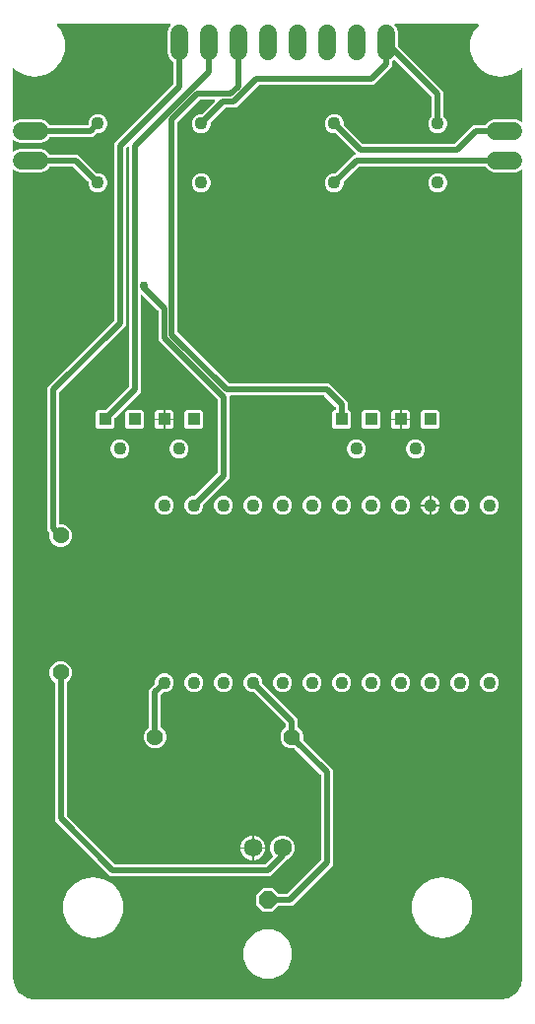
<source format=gbr>
G04 EAGLE Gerber RS-274X export*
G75*
%MOMM*%
%FSLAX34Y34*%
%LPD*%
%INTop Copper*%
%IPPOS*%
%AMOC8*
5,1,8,0,0,1.08239X$1,22.5*%
G01*
G04 Define Apertures*
%ADD10R,1.108000X1.108000*%
%ADD11C,1.108000*%
%ADD12C,1.524000*%
%ADD13C,1.430000*%
%ADD14P,1.64956X8X22.5*%
%ADD15C,1.581000*%
%ADD16C,0.508000*%
%ADD17C,0.756400*%
G36*
X200149Y180937D02*
X200000Y180922D01*
X-200000Y180922D01*
X-200149Y180937D01*
X-207158Y182331D01*
X-207433Y182445D01*
X-213375Y186415D01*
X-213585Y186625D01*
X-217555Y192567D01*
X-217669Y192842D01*
X-219063Y199851D01*
X-219078Y200000D01*
X-219078Y893112D01*
X-219031Y893375D01*
X-218872Y893633D01*
X-218624Y893809D01*
X-218328Y893874D01*
X-218030Y893818D01*
X-217777Y893651D01*
X-217213Y893087D01*
X-213479Y891540D01*
X-194197Y891540D01*
X-190463Y893087D01*
X-187605Y895945D01*
X-187520Y896150D01*
X-187363Y896388D01*
X-187113Y896560D01*
X-186816Y896620D01*
X-167520Y896620D01*
X-167234Y896564D01*
X-166981Y896397D01*
X-154353Y883769D01*
X-154190Y883527D01*
X-154130Y883230D01*
X-154130Y881043D01*
X-152900Y878073D01*
X-150627Y875800D01*
X-147657Y874570D01*
X-144443Y874570D01*
X-141473Y875800D01*
X-139200Y878073D01*
X-137970Y881043D01*
X-137970Y884257D01*
X-139200Y887227D01*
X-141473Y889500D01*
X-144443Y890730D01*
X-146630Y890730D01*
X-146916Y890786D01*
X-147169Y890953D01*
X-162996Y906780D01*
X-186816Y906780D01*
X-187096Y906833D01*
X-187351Y906999D01*
X-187520Y907250D01*
X-187605Y907455D01*
X-190463Y910313D01*
X-194197Y911860D01*
X-213479Y911860D01*
X-217213Y910313D01*
X-217777Y909749D01*
X-217997Y909596D01*
X-218292Y909526D01*
X-218591Y909577D01*
X-218846Y909741D01*
X-219018Y909991D01*
X-219078Y910288D01*
X-219078Y918512D01*
X-219031Y918775D01*
X-218872Y919033D01*
X-218624Y919209D01*
X-218328Y919274D01*
X-218030Y919218D01*
X-217777Y919051D01*
X-217213Y918487D01*
X-213479Y916940D01*
X-194197Y916940D01*
X-190463Y918487D01*
X-187605Y921345D01*
X-187520Y921550D01*
X-187363Y921788D01*
X-187113Y921960D01*
X-186816Y922020D01*
X-150296Y922020D01*
X-147169Y925147D01*
X-146927Y925310D01*
X-146630Y925370D01*
X-144443Y925370D01*
X-141473Y926600D01*
X-139200Y928873D01*
X-137970Y931843D01*
X-137970Y935057D01*
X-139200Y938027D01*
X-141473Y940300D01*
X-144443Y941530D01*
X-147657Y941530D01*
X-150627Y940300D01*
X-152900Y938027D01*
X-154130Y935057D01*
X-154130Y932942D01*
X-154181Y932667D01*
X-154345Y932412D01*
X-154595Y932240D01*
X-154892Y932180D01*
X-186816Y932180D01*
X-187096Y932233D01*
X-187351Y932399D01*
X-187520Y932650D01*
X-187605Y932855D01*
X-190463Y935713D01*
X-194197Y937260D01*
X-213479Y937260D01*
X-217213Y935713D01*
X-217777Y935149D01*
X-217997Y934996D01*
X-218292Y934926D01*
X-218591Y934977D01*
X-218846Y935141D01*
X-219018Y935391D01*
X-219078Y935688D01*
X-219078Y980315D01*
X-219005Y980640D01*
X-218824Y980883D01*
X-218562Y981036D01*
X-218262Y981075D01*
X-217970Y980994D01*
X-217732Y980805D01*
X-216919Y979836D01*
X-209003Y975266D01*
X-200000Y973678D01*
X-190997Y975266D01*
X-183081Y979836D01*
X-177205Y986839D01*
X-174078Y995429D01*
X-174078Y1004571D01*
X-177205Y1013161D01*
X-181119Y1017826D01*
X-181227Y1017997D01*
X-181297Y1018292D01*
X-181246Y1018591D01*
X-181083Y1018846D01*
X-180833Y1019018D01*
X-180535Y1019078D01*
X-84250Y1019078D01*
X-83987Y1019031D01*
X-83729Y1018872D01*
X-83553Y1018624D01*
X-83488Y1018328D01*
X-83544Y1018030D01*
X-83711Y1017777D01*
X-84813Y1016675D01*
X-86360Y1012941D01*
X-86360Y993659D01*
X-84813Y989925D01*
X-81955Y987067D01*
X-81750Y986982D01*
X-81512Y986825D01*
X-81340Y986575D01*
X-81280Y986278D01*
X-81280Y967620D01*
X-81336Y967334D01*
X-81503Y967081D01*
X-132080Y916504D01*
X-132080Y764420D01*
X-132136Y764134D01*
X-132303Y763881D01*
X-189230Y706954D01*
X-189230Y583746D01*
X-187681Y582196D01*
X-187520Y581960D01*
X-187457Y581664D01*
X-187490Y581497D01*
X-187490Y577573D01*
X-186015Y574011D01*
X-183289Y571285D01*
X-179727Y569810D01*
X-175873Y569810D01*
X-172311Y571285D01*
X-169585Y574011D01*
X-168110Y577573D01*
X-168110Y581427D01*
X-169585Y584989D01*
X-172311Y587715D01*
X-175873Y589190D01*
X-178308Y589190D01*
X-178583Y589241D01*
X-178838Y589405D01*
X-179010Y589655D01*
X-179070Y589952D01*
X-179070Y702430D01*
X-179014Y702716D01*
X-178847Y702969D01*
X-121920Y759896D01*
X-121920Y911980D01*
X-121864Y912266D01*
X-121697Y912519D01*
X-120681Y913535D01*
X-120461Y913688D01*
X-120166Y913758D01*
X-119867Y913707D01*
X-119612Y913544D01*
X-119440Y913293D01*
X-119380Y912996D01*
X-119380Y707270D01*
X-119436Y706984D01*
X-119603Y706731D01*
X-138581Y687753D01*
X-138823Y687590D01*
X-139120Y687530D01*
X-146292Y687530D01*
X-147780Y686042D01*
X-147780Y672858D01*
X-146292Y671370D01*
X-133108Y671370D01*
X-131620Y672858D01*
X-131620Y680030D01*
X-131564Y680316D01*
X-131397Y680569D01*
X-109220Y702746D01*
X-109220Y785996D01*
X-109173Y786259D01*
X-109014Y786518D01*
X-108766Y786693D01*
X-108470Y786758D01*
X-108172Y786702D01*
X-107919Y786535D01*
X-94203Y772819D01*
X-94040Y772577D01*
X-93980Y772280D01*
X-93980Y747196D01*
X-43403Y696619D01*
X-43240Y696377D01*
X-43180Y696080D01*
X-43180Y633382D01*
X-43236Y633096D01*
X-43403Y632843D01*
X-62381Y613865D01*
X-62623Y613702D01*
X-62920Y613642D01*
X-65107Y613642D01*
X-68077Y612412D01*
X-70350Y610139D01*
X-71580Y607169D01*
X-71580Y603955D01*
X-70350Y600985D01*
X-68077Y598712D01*
X-65107Y597482D01*
X-61893Y597482D01*
X-58923Y598712D01*
X-56650Y600985D01*
X-55420Y603955D01*
X-55420Y606142D01*
X-55364Y606428D01*
X-55197Y606681D01*
X-33020Y628858D01*
X-33020Y699008D01*
X-32969Y699283D01*
X-32805Y699538D01*
X-32555Y699710D01*
X-32258Y699770D01*
X48380Y699770D01*
X48666Y699714D01*
X48919Y699547D01*
X58197Y690269D01*
X58360Y690027D01*
X58420Y689730D01*
X58420Y688292D01*
X58369Y688017D01*
X58205Y687762D01*
X57955Y687590D01*
X57658Y687530D01*
X56908Y687530D01*
X55420Y686042D01*
X55420Y672858D01*
X56908Y671370D01*
X70092Y671370D01*
X71580Y672858D01*
X71580Y686042D01*
X70092Y687530D01*
X69342Y687530D01*
X69067Y687581D01*
X68812Y687745D01*
X68640Y687995D01*
X68580Y688292D01*
X68580Y694254D01*
X52904Y709930D01*
X-32691Y709930D01*
X-32977Y709986D01*
X-33229Y710153D01*
X-76993Y753917D01*
X-77156Y754158D01*
X-77216Y754455D01*
X-77216Y934645D01*
X-77160Y934931D01*
X-76993Y935183D01*
X-58629Y953547D01*
X-58388Y953710D01*
X-58091Y953770D01*
X-45854Y953770D01*
X-45591Y953723D01*
X-45332Y953564D01*
X-45157Y953316D01*
X-45092Y953020D01*
X-45148Y952722D01*
X-45315Y952469D01*
X-56031Y941753D01*
X-56273Y941590D01*
X-56570Y941530D01*
X-58757Y941530D01*
X-61727Y940300D01*
X-64000Y938027D01*
X-65230Y935057D01*
X-65230Y931843D01*
X-64000Y928873D01*
X-61727Y926600D01*
X-58757Y925370D01*
X-55543Y925370D01*
X-52573Y926600D01*
X-50300Y928873D01*
X-49070Y931843D01*
X-49070Y934030D01*
X-49014Y934316D01*
X-48847Y934569D01*
X-36473Y946943D01*
X-36231Y947106D01*
X-35934Y947166D01*
X-26910Y947166D01*
X-7829Y966247D01*
X-7588Y966410D01*
X-7291Y966470D01*
X91004Y966470D01*
X106680Y982146D01*
X106680Y986278D01*
X106733Y986558D01*
X106899Y986813D01*
X107150Y986982D01*
X107355Y987067D01*
X108463Y988175D01*
X108694Y988333D01*
X108990Y988398D01*
X109288Y988342D01*
X109541Y988175D01*
X140747Y956969D01*
X140910Y956727D01*
X140970Y956430D01*
X140970Y940112D01*
X140914Y939827D01*
X140747Y939574D01*
X139200Y938027D01*
X137970Y935057D01*
X137970Y931843D01*
X139200Y928873D01*
X141473Y926600D01*
X144443Y925370D01*
X147657Y925370D01*
X150627Y926600D01*
X152900Y928873D01*
X154130Y931843D01*
X154130Y935057D01*
X152900Y938027D01*
X151353Y939574D01*
X151190Y939815D01*
X151130Y940112D01*
X151130Y960954D01*
X111983Y1000101D01*
X111820Y1000343D01*
X111760Y1000640D01*
X111760Y1012941D01*
X110213Y1016675D01*
X109111Y1017777D01*
X108958Y1017997D01*
X108888Y1018292D01*
X108939Y1018591D01*
X109103Y1018846D01*
X109353Y1019018D01*
X109650Y1019078D01*
X180535Y1019078D01*
X180735Y1019051D01*
X181006Y1018915D01*
X181203Y1018684D01*
X181293Y1018395D01*
X181264Y1018093D01*
X181119Y1017826D01*
X177205Y1013161D01*
X174078Y1004571D01*
X174078Y995429D01*
X177205Y986839D01*
X183081Y979836D01*
X190997Y975266D01*
X200000Y973678D01*
X209003Y975266D01*
X216919Y979836D01*
X217732Y980805D01*
X217997Y981007D01*
X218292Y981077D01*
X218591Y981026D01*
X218846Y980863D01*
X219018Y980612D01*
X219078Y980315D01*
X219078Y935688D01*
X219031Y935425D01*
X218872Y935167D01*
X218624Y934991D01*
X218328Y934926D01*
X218030Y934982D01*
X217777Y935149D01*
X217213Y935713D01*
X213479Y937260D01*
X194197Y937260D01*
X190463Y935713D01*
X187605Y932855D01*
X187520Y932650D01*
X187363Y932412D01*
X187113Y932240D01*
X186816Y932180D01*
X176578Y932180D01*
X160847Y916449D01*
X160606Y916286D01*
X160308Y916226D01*
X81874Y916226D01*
X81588Y916282D01*
X81335Y916449D01*
X65453Y932331D01*
X65290Y932573D01*
X65230Y932870D01*
X65230Y935057D01*
X64000Y938027D01*
X61727Y940300D01*
X58757Y941530D01*
X55543Y941530D01*
X52573Y940300D01*
X50300Y938027D01*
X49070Y935057D01*
X49070Y931843D01*
X50300Y928873D01*
X52573Y926600D01*
X55543Y925370D01*
X57730Y925370D01*
X58016Y925314D01*
X58269Y925147D01*
X75335Y908081D01*
X75488Y907861D01*
X75558Y907566D01*
X75507Y907267D01*
X75344Y907012D01*
X75093Y906840D01*
X74796Y906780D01*
X74096Y906780D01*
X58269Y890953D01*
X58027Y890790D01*
X57730Y890730D01*
X55543Y890730D01*
X52573Y889500D01*
X50300Y887227D01*
X49070Y884257D01*
X49070Y881043D01*
X50300Y878073D01*
X52573Y875800D01*
X55543Y874570D01*
X58757Y874570D01*
X61727Y875800D01*
X64000Y878073D01*
X65230Y881043D01*
X65230Y883230D01*
X65286Y883516D01*
X65453Y883769D01*
X78081Y896397D01*
X78323Y896560D01*
X78620Y896620D01*
X186816Y896620D01*
X187096Y896567D01*
X187351Y896401D01*
X187520Y896150D01*
X187605Y895945D01*
X190463Y893087D01*
X194197Y891540D01*
X213479Y891540D01*
X217213Y893087D01*
X217777Y893651D01*
X217997Y893804D01*
X218292Y893874D01*
X218591Y893823D01*
X218846Y893659D01*
X219018Y893409D01*
X219078Y893112D01*
X219078Y200000D01*
X219063Y199851D01*
X217669Y192842D01*
X217555Y192567D01*
X213585Y186625D01*
X213375Y186415D01*
X207433Y182445D01*
X207158Y182331D01*
X200149Y180937D01*
G37*
%LPC*%
G36*
X144443Y874570D02*
X147657Y874570D01*
X150627Y875800D01*
X152900Y878073D01*
X154130Y881043D01*
X154130Y884257D01*
X152900Y887227D01*
X150627Y889500D01*
X147657Y890730D01*
X144443Y890730D01*
X141473Y889500D01*
X139200Y887227D01*
X137970Y884257D01*
X137970Y881043D01*
X139200Y878073D01*
X141473Y875800D01*
X144443Y874570D01*
G37*
G36*
X-58757Y874570D02*
X-55543Y874570D01*
X-52573Y875800D01*
X-50300Y878073D01*
X-49070Y881043D01*
X-49070Y884257D01*
X-50300Y887227D01*
X-52573Y889500D01*
X-55543Y890730D01*
X-58757Y890730D01*
X-61727Y889500D01*
X-64000Y887227D01*
X-65230Y884257D01*
X-65230Y881043D01*
X-64000Y878073D01*
X-61727Y875800D01*
X-58757Y874570D01*
G37*
G36*
X133108Y671370D02*
X146292Y671370D01*
X147780Y672858D01*
X147780Y686042D01*
X146292Y687530D01*
X133108Y687530D01*
X131620Y686042D01*
X131620Y672858D01*
X133108Y671370D01*
G37*
G36*
X106220Y680212D02*
X113538Y680212D01*
X113538Y687530D01*
X107708Y687530D01*
X106220Y686042D01*
X106220Y680212D01*
G37*
G36*
X82308Y671370D02*
X95492Y671370D01*
X96980Y672858D01*
X96980Y686042D01*
X95492Y687530D01*
X82308Y687530D01*
X80820Y686042D01*
X80820Y672858D01*
X82308Y671370D01*
G37*
G36*
X-70092Y671370D02*
X-56908Y671370D01*
X-55420Y672858D01*
X-55420Y686042D01*
X-56908Y687530D01*
X-70092Y687530D01*
X-71580Y686042D01*
X-71580Y672858D01*
X-70092Y671370D01*
G37*
G36*
X-96980Y680212D02*
X-89662Y680212D01*
X-89662Y687530D01*
X-95492Y687530D01*
X-96980Y686042D01*
X-96980Y680212D01*
G37*
G36*
X-120892Y671370D02*
X-107708Y671370D01*
X-106220Y672858D01*
X-106220Y686042D01*
X-107708Y687530D01*
X-120892Y687530D01*
X-122380Y686042D01*
X-122380Y672858D01*
X-120892Y671370D01*
G37*
G36*
X-88138Y680212D02*
X-80820Y680212D01*
X-80820Y686042D01*
X-82308Y687530D01*
X-88138Y687530D01*
X-88138Y680212D01*
G37*
G36*
X115062Y680212D02*
X122380Y680212D01*
X122380Y686042D01*
X120892Y687530D01*
X115062Y687530D01*
X115062Y680212D01*
G37*
G36*
X115062Y671370D02*
X120892Y671370D01*
X122380Y672858D01*
X122380Y678688D01*
X115062Y678688D01*
X115062Y671370D01*
G37*
G36*
X107708Y671370D02*
X113538Y671370D01*
X113538Y678688D01*
X106220Y678688D01*
X106220Y672858D01*
X107708Y671370D01*
G37*
G36*
X-88138Y671370D02*
X-82308Y671370D01*
X-80820Y672858D01*
X-80820Y678688D01*
X-88138Y678688D01*
X-88138Y671370D01*
G37*
G36*
X-95492Y671370D02*
X-89662Y671370D01*
X-89662Y678688D01*
X-96980Y678688D01*
X-96980Y672858D01*
X-95492Y671370D01*
G37*
G36*
X-77807Y645970D02*
X-74593Y645970D01*
X-71623Y647200D01*
X-69350Y649473D01*
X-68120Y652443D01*
X-68120Y655657D01*
X-69350Y658627D01*
X-71623Y660900D01*
X-74593Y662130D01*
X-77807Y662130D01*
X-80777Y660900D01*
X-83050Y658627D01*
X-84280Y655657D01*
X-84280Y652443D01*
X-83050Y649473D01*
X-80777Y647200D01*
X-77807Y645970D01*
G37*
G36*
X-128607Y645970D02*
X-125393Y645970D01*
X-122423Y647200D01*
X-120150Y649473D01*
X-118920Y652443D01*
X-118920Y655657D01*
X-120150Y658627D01*
X-122423Y660900D01*
X-125393Y662130D01*
X-128607Y662130D01*
X-131577Y660900D01*
X-133850Y658627D01*
X-135080Y655657D01*
X-135080Y652443D01*
X-133850Y649473D01*
X-131577Y647200D01*
X-128607Y645970D01*
G37*
G36*
X125393Y645970D02*
X128607Y645970D01*
X131577Y647200D01*
X133850Y649473D01*
X135080Y652443D01*
X135080Y655657D01*
X133850Y658627D01*
X131577Y660900D01*
X128607Y662130D01*
X125393Y662130D01*
X122423Y660900D01*
X120150Y658627D01*
X118920Y655657D01*
X118920Y652443D01*
X120150Y649473D01*
X122423Y647200D01*
X125393Y645970D01*
G37*
G36*
X74593Y645970D02*
X77807Y645970D01*
X80777Y647200D01*
X83050Y649473D01*
X84280Y652443D01*
X84280Y655657D01*
X83050Y658627D01*
X80777Y660900D01*
X77807Y662130D01*
X74593Y662130D01*
X71623Y660900D01*
X69350Y658627D01*
X68120Y655657D01*
X68120Y652443D01*
X69350Y649473D01*
X71623Y647200D01*
X74593Y645970D01*
G37*
G36*
X131620Y606324D02*
X138938Y606324D01*
X138938Y613642D01*
X138093Y613642D01*
X135123Y612412D01*
X132850Y610139D01*
X131620Y607169D01*
X131620Y606324D01*
G37*
G36*
X112693Y597482D02*
X115907Y597482D01*
X118877Y598712D01*
X121150Y600985D01*
X122380Y603955D01*
X122380Y607169D01*
X121150Y610139D01*
X118877Y612412D01*
X115907Y613642D01*
X112693Y613642D01*
X109723Y612412D01*
X107450Y610139D01*
X106220Y607169D01*
X106220Y603955D01*
X107450Y600985D01*
X109723Y598712D01*
X112693Y597482D01*
G37*
G36*
X87293Y597482D02*
X90507Y597482D01*
X93477Y598712D01*
X95750Y600985D01*
X96980Y603955D01*
X96980Y607169D01*
X95750Y610139D01*
X93477Y612412D01*
X90507Y613642D01*
X87293Y613642D01*
X84323Y612412D01*
X82050Y610139D01*
X80820Y607169D01*
X80820Y603955D01*
X82050Y600985D01*
X84323Y598712D01*
X87293Y597482D01*
G37*
G36*
X61893Y597482D02*
X65107Y597482D01*
X68077Y598712D01*
X70350Y600985D01*
X71580Y603955D01*
X71580Y607169D01*
X70350Y610139D01*
X68077Y612412D01*
X65107Y613642D01*
X61893Y613642D01*
X58923Y612412D01*
X56650Y610139D01*
X55420Y607169D01*
X55420Y603955D01*
X56650Y600985D01*
X58923Y598712D01*
X61893Y597482D01*
G37*
G36*
X36493Y597482D02*
X39707Y597482D01*
X42677Y598712D01*
X44950Y600985D01*
X46180Y603955D01*
X46180Y607169D01*
X44950Y610139D01*
X42677Y612412D01*
X39707Y613642D01*
X36493Y613642D01*
X33523Y612412D01*
X31250Y610139D01*
X30020Y607169D01*
X30020Y603955D01*
X31250Y600985D01*
X33523Y598712D01*
X36493Y597482D01*
G37*
G36*
X11093Y597482D02*
X14307Y597482D01*
X17277Y598712D01*
X19550Y600985D01*
X20780Y603955D01*
X20780Y607169D01*
X19550Y610139D01*
X17277Y612412D01*
X14307Y613642D01*
X11093Y613642D01*
X8123Y612412D01*
X5850Y610139D01*
X4620Y607169D01*
X4620Y603955D01*
X5850Y600985D01*
X8123Y598712D01*
X11093Y597482D01*
G37*
G36*
X-14307Y597482D02*
X-11093Y597482D01*
X-8123Y598712D01*
X-5850Y600985D01*
X-4620Y603955D01*
X-4620Y607169D01*
X-5850Y610139D01*
X-8123Y612412D01*
X-11093Y613642D01*
X-14307Y613642D01*
X-17277Y612412D01*
X-19550Y610139D01*
X-20780Y607169D01*
X-20780Y603955D01*
X-19550Y600985D01*
X-17277Y598712D01*
X-14307Y597482D01*
G37*
G36*
X-39707Y597482D02*
X-36493Y597482D01*
X-33523Y598712D01*
X-31250Y600985D01*
X-30020Y603955D01*
X-30020Y607169D01*
X-31250Y610139D01*
X-33523Y612412D01*
X-36493Y613642D01*
X-39707Y613642D01*
X-42677Y612412D01*
X-44950Y610139D01*
X-46180Y607169D01*
X-46180Y603955D01*
X-44950Y600985D01*
X-42677Y598712D01*
X-39707Y597482D01*
G37*
G36*
X-90507Y597482D02*
X-87293Y597482D01*
X-84323Y598712D01*
X-82050Y600985D01*
X-80820Y603955D01*
X-80820Y607169D01*
X-82050Y610139D01*
X-84323Y612412D01*
X-87293Y613642D01*
X-90507Y613642D01*
X-93477Y612412D01*
X-95750Y610139D01*
X-96980Y607169D01*
X-96980Y603955D01*
X-95750Y600985D01*
X-93477Y598712D01*
X-90507Y597482D01*
G37*
G36*
X188893Y597482D02*
X192107Y597482D01*
X195077Y598712D01*
X197350Y600985D01*
X198580Y603955D01*
X198580Y607169D01*
X197350Y610139D01*
X195077Y612412D01*
X192107Y613642D01*
X188893Y613642D01*
X185923Y612412D01*
X183650Y610139D01*
X182420Y607169D01*
X182420Y603955D01*
X183650Y600985D01*
X185923Y598712D01*
X188893Y597482D01*
G37*
G36*
X163493Y597482D02*
X166707Y597482D01*
X169677Y598712D01*
X171950Y600985D01*
X173180Y603955D01*
X173180Y607169D01*
X171950Y610139D01*
X169677Y612412D01*
X166707Y613642D01*
X163493Y613642D01*
X160523Y612412D01*
X158250Y610139D01*
X157020Y607169D01*
X157020Y603955D01*
X158250Y600985D01*
X160523Y598712D01*
X163493Y597482D01*
G37*
G36*
X140462Y606324D02*
X147780Y606324D01*
X147780Y607169D01*
X146550Y610139D01*
X144277Y612412D01*
X141307Y613642D01*
X140462Y613642D01*
X140462Y606324D01*
G37*
G36*
X140462Y597482D02*
X141307Y597482D01*
X144277Y598712D01*
X146550Y600985D01*
X147780Y603955D01*
X147780Y604800D01*
X140462Y604800D01*
X140462Y597482D01*
G37*
G36*
X138093Y597482D02*
X138938Y597482D01*
X138938Y604800D01*
X131620Y604800D01*
X131620Y603955D01*
X132850Y600985D01*
X135123Y598712D01*
X138093Y597482D01*
G37*
G36*
X-135454Y287020D02*
X2104Y287020D01*
X16397Y301313D01*
X16645Y301478D01*
X18617Y302295D01*
X21555Y305233D01*
X23145Y309072D01*
X23145Y313228D01*
X21555Y317067D01*
X18617Y320005D01*
X14778Y321595D01*
X10622Y321595D01*
X6783Y320005D01*
X3845Y317067D01*
X2255Y313228D01*
X2255Y309072D01*
X3845Y305233D01*
X4358Y304720D01*
X4516Y304490D01*
X4581Y304194D01*
X4526Y303895D01*
X4358Y303643D01*
X-1881Y297403D01*
X-2123Y297240D01*
X-2420Y297180D01*
X-130930Y297180D01*
X-131216Y297236D01*
X-131469Y297403D01*
X-172497Y338431D01*
X-172660Y338673D01*
X-172720Y338970D01*
X-172720Y453007D01*
X-172667Y453287D01*
X-172501Y453541D01*
X-172360Y453636D01*
X-169585Y456411D01*
X-168110Y459973D01*
X-168110Y463827D01*
X-169585Y467389D01*
X-172311Y470115D01*
X-175873Y471590D01*
X-179727Y471590D01*
X-183289Y470115D01*
X-186015Y467389D01*
X-187490Y463827D01*
X-187490Y459973D01*
X-186015Y456411D01*
X-183246Y453642D01*
X-183112Y453554D01*
X-182940Y453304D01*
X-182880Y453007D01*
X-182880Y334446D01*
X-135454Y287020D01*
G37*
G36*
X188893Y445082D02*
X192107Y445082D01*
X195077Y446312D01*
X197350Y448585D01*
X198580Y451555D01*
X198580Y454769D01*
X197350Y457739D01*
X195077Y460012D01*
X192107Y461242D01*
X188893Y461242D01*
X185923Y460012D01*
X183650Y457739D01*
X182420Y454769D01*
X182420Y451555D01*
X183650Y448585D01*
X185923Y446312D01*
X188893Y445082D01*
G37*
G36*
X163493Y445082D02*
X166707Y445082D01*
X169677Y446312D01*
X171950Y448585D01*
X173180Y451555D01*
X173180Y454769D01*
X171950Y457739D01*
X169677Y460012D01*
X166707Y461242D01*
X163493Y461242D01*
X160523Y460012D01*
X158250Y457739D01*
X157020Y454769D01*
X157020Y451555D01*
X158250Y448585D01*
X160523Y446312D01*
X163493Y445082D01*
G37*
G36*
X138093Y445082D02*
X141307Y445082D01*
X144277Y446312D01*
X146550Y448585D01*
X147780Y451555D01*
X147780Y454769D01*
X146550Y457739D01*
X144277Y460012D01*
X141307Y461242D01*
X138093Y461242D01*
X135123Y460012D01*
X132850Y457739D01*
X131620Y454769D01*
X131620Y451555D01*
X132850Y448585D01*
X135123Y446312D01*
X138093Y445082D01*
G37*
G36*
X112693Y445082D02*
X115907Y445082D01*
X118877Y446312D01*
X121150Y448585D01*
X122380Y451555D01*
X122380Y454769D01*
X121150Y457739D01*
X118877Y460012D01*
X115907Y461242D01*
X112693Y461242D01*
X109723Y460012D01*
X107450Y457739D01*
X106220Y454769D01*
X106220Y451555D01*
X107450Y448585D01*
X109723Y446312D01*
X112693Y445082D01*
G37*
G36*
X87293Y445082D02*
X90507Y445082D01*
X93477Y446312D01*
X95750Y448585D01*
X96980Y451555D01*
X96980Y454769D01*
X95750Y457739D01*
X93477Y460012D01*
X90507Y461242D01*
X87293Y461242D01*
X84323Y460012D01*
X82050Y457739D01*
X80820Y454769D01*
X80820Y451555D01*
X82050Y448585D01*
X84323Y446312D01*
X87293Y445082D01*
G37*
G36*
X61893Y445082D02*
X65107Y445082D01*
X68077Y446312D01*
X70350Y448585D01*
X71580Y451555D01*
X71580Y454769D01*
X70350Y457739D01*
X68077Y460012D01*
X65107Y461242D01*
X61893Y461242D01*
X58923Y460012D01*
X56650Y457739D01*
X55420Y454769D01*
X55420Y451555D01*
X56650Y448585D01*
X58923Y446312D01*
X61893Y445082D01*
G37*
G36*
X36493Y445082D02*
X39707Y445082D01*
X42677Y446312D01*
X44950Y448585D01*
X46180Y451555D01*
X46180Y454769D01*
X44950Y457739D01*
X42677Y460012D01*
X39707Y461242D01*
X36493Y461242D01*
X33523Y460012D01*
X31250Y457739D01*
X30020Y454769D01*
X30020Y451555D01*
X31250Y448585D01*
X33523Y446312D01*
X36493Y445082D01*
G37*
G36*
X11093Y445082D02*
X14307Y445082D01*
X17277Y446312D01*
X19550Y448585D01*
X20780Y451555D01*
X20780Y454769D01*
X19550Y457739D01*
X17277Y460012D01*
X14307Y461242D01*
X11093Y461242D01*
X8123Y460012D01*
X5850Y457739D01*
X4620Y454769D01*
X4620Y451555D01*
X5850Y448585D01*
X8123Y446312D01*
X11093Y445082D01*
G37*
G36*
X-4208Y256540D02*
X4208Y256540D01*
X9065Y261397D01*
X9307Y261560D01*
X9604Y261620D01*
X21154Y261620D01*
X55880Y296346D01*
X55880Y378404D01*
X30581Y403704D01*
X30420Y403940D01*
X30357Y404237D01*
X30390Y404403D01*
X30390Y408327D01*
X28915Y411889D01*
X26146Y414658D01*
X26012Y414746D01*
X25840Y414996D01*
X25780Y415293D01*
X25780Y421866D01*
X-4397Y452043D01*
X-4560Y452285D01*
X-4620Y452582D01*
X-4620Y454769D01*
X-5850Y457739D01*
X-8123Y460012D01*
X-11093Y461242D01*
X-14307Y461242D01*
X-17277Y460012D01*
X-19550Y457739D01*
X-20780Y454769D01*
X-20780Y451555D01*
X-19550Y448585D01*
X-17277Y446312D01*
X-14307Y445082D01*
X-12120Y445082D01*
X-11834Y445026D01*
X-11581Y444859D01*
X15397Y417881D01*
X15560Y417639D01*
X15620Y417342D01*
X15620Y415293D01*
X15567Y415013D01*
X15401Y414759D01*
X15260Y414664D01*
X12485Y411889D01*
X11010Y408327D01*
X11010Y404473D01*
X12485Y400911D01*
X15211Y398185D01*
X18773Y396710D01*
X22689Y396710D01*
X22845Y396742D01*
X23144Y396687D01*
X23396Y396519D01*
X45497Y374419D01*
X45660Y374177D01*
X45720Y373880D01*
X45720Y300870D01*
X45664Y300584D01*
X45497Y300331D01*
X17169Y272003D01*
X16927Y271840D01*
X16630Y271780D01*
X9604Y271780D01*
X9318Y271836D01*
X9065Y272003D01*
X4208Y276860D01*
X-4208Y276860D01*
X-10160Y270908D01*
X-10160Y262492D01*
X-4208Y256540D01*
G37*
G36*
X-39707Y445082D02*
X-36493Y445082D01*
X-33523Y446312D01*
X-31250Y448585D01*
X-30020Y451555D01*
X-30020Y454769D01*
X-31250Y457739D01*
X-33523Y460012D01*
X-36493Y461242D01*
X-39707Y461242D01*
X-42677Y460012D01*
X-44950Y457739D01*
X-46180Y454769D01*
X-46180Y451555D01*
X-44950Y448585D01*
X-42677Y446312D01*
X-39707Y445082D01*
G37*
G36*
X-65107Y445082D02*
X-61893Y445082D01*
X-58923Y446312D01*
X-56650Y448585D01*
X-55420Y451555D01*
X-55420Y454769D01*
X-56650Y457739D01*
X-58923Y460012D01*
X-61893Y461242D01*
X-65107Y461242D01*
X-68077Y460012D01*
X-70350Y457739D01*
X-71580Y454769D01*
X-71580Y451555D01*
X-70350Y448585D01*
X-68077Y446312D01*
X-65107Y445082D01*
G37*
G36*
X-98827Y396710D02*
X-94973Y396710D01*
X-91411Y398185D01*
X-88685Y400911D01*
X-87210Y404473D01*
X-87210Y408327D01*
X-88685Y411889D01*
X-91454Y414658D01*
X-91588Y414746D01*
X-91760Y414996D01*
X-91820Y415293D01*
X-91820Y442742D01*
X-91764Y443028D01*
X-91597Y443281D01*
X-90019Y444859D01*
X-89777Y445022D01*
X-89480Y445082D01*
X-87293Y445082D01*
X-84323Y446312D01*
X-82050Y448585D01*
X-80820Y451555D01*
X-80820Y454769D01*
X-82050Y457739D01*
X-84323Y460012D01*
X-87293Y461242D01*
X-90507Y461242D01*
X-93477Y460012D01*
X-95750Y457739D01*
X-96980Y454769D01*
X-96980Y452582D01*
X-97036Y452296D01*
X-97203Y452043D01*
X-101980Y447266D01*
X-101980Y415293D01*
X-102033Y415013D01*
X-102199Y414759D01*
X-102340Y414664D01*
X-105115Y411889D01*
X-106590Y408327D01*
X-106590Y404473D01*
X-105115Y400911D01*
X-102389Y398185D01*
X-98827Y396710D01*
G37*
G36*
X-23145Y311912D02*
X-13462Y311912D01*
X-13462Y321595D01*
X-14778Y321595D01*
X-18617Y320005D01*
X-21555Y317067D01*
X-23145Y313228D01*
X-23145Y311912D01*
G37*
G36*
X-11938Y311912D02*
X-2255Y311912D01*
X-2255Y313228D01*
X-3845Y317067D01*
X-6783Y320005D01*
X-10622Y321595D01*
X-11938Y321595D01*
X-11938Y311912D01*
G37*
G36*
X-11938Y300705D02*
X-10622Y300705D01*
X-6783Y302295D01*
X-3845Y305233D01*
X-2255Y309072D01*
X-2255Y310388D01*
X-11938Y310388D01*
X-11938Y300705D01*
G37*
G36*
X-14778Y300705D02*
X-13462Y300705D01*
X-13462Y310388D01*
X-23145Y310388D01*
X-23145Y309072D01*
X-21555Y305233D01*
X-18617Y302295D01*
X-14778Y300705D01*
G37*
G36*
X-159003Y235266D02*
X-150000Y233678D01*
X-140997Y235266D01*
X-133081Y239836D01*
X-127205Y246839D01*
X-124078Y255429D01*
X-124078Y264571D01*
X-127205Y273161D01*
X-133081Y280164D01*
X-140997Y284734D01*
X-150000Y286322D01*
X-159003Y284734D01*
X-166919Y280164D01*
X-172795Y273161D01*
X-175922Y264571D01*
X-175922Y255429D01*
X-172795Y246839D01*
X-166919Y239836D01*
X-159003Y235266D01*
G37*
G36*
X140997Y235266D02*
X150000Y233678D01*
X159003Y235266D01*
X166919Y239836D01*
X172795Y246839D01*
X175922Y255429D01*
X175922Y264571D01*
X172795Y273161D01*
X166919Y280164D01*
X159003Y284734D01*
X150000Y286322D01*
X140997Y284734D01*
X133081Y280164D01*
X127205Y273161D01*
X124078Y264571D01*
X124078Y255429D01*
X127205Y246839D01*
X133081Y239836D01*
X140997Y235266D01*
G37*
G36*
X-4162Y199078D02*
X4162Y199078D01*
X11851Y202263D01*
X17737Y208149D01*
X20922Y215838D01*
X20922Y224162D01*
X17737Y231851D01*
X11851Y237737D01*
X4162Y240922D01*
X-4162Y240922D01*
X-11851Y237737D01*
X-17737Y231851D01*
X-20922Y224162D01*
X-20922Y215838D01*
X-17737Y208149D01*
X-11851Y202263D01*
X-4162Y199078D01*
G37*
%LPD*%
D10*
X-139700Y679450D03*
X-114300Y679450D03*
X-88900Y679450D03*
X-63500Y679450D03*
D11*
X-127000Y654050D03*
X-76200Y654050D03*
X-57150Y882650D03*
X-57150Y933450D03*
X-146050Y882650D03*
X-146050Y933450D03*
D10*
X63500Y679450D03*
X88900Y679450D03*
X114300Y679450D03*
X139700Y679450D03*
D11*
X76200Y654050D03*
X127000Y654050D03*
X146050Y882650D03*
X146050Y933450D03*
X57150Y882650D03*
X57150Y933450D03*
X190500Y605562D03*
X165100Y605562D03*
X139700Y605562D03*
X114300Y605562D03*
X88900Y605562D03*
X63500Y605562D03*
X38100Y605562D03*
X12700Y605562D03*
X-12700Y605562D03*
X-38100Y605562D03*
X-63500Y605562D03*
X-88900Y605562D03*
X-88900Y453162D03*
X-63500Y453162D03*
X-38100Y453162D03*
X-12700Y453162D03*
X12700Y453162D03*
X38100Y453162D03*
X63500Y453162D03*
X88900Y453162D03*
X114300Y453162D03*
X139700Y453162D03*
X165100Y453162D03*
X190500Y453162D03*
D12*
X101600Y995680D02*
X101600Y1010920D01*
X76200Y1010920D02*
X76200Y995680D01*
X50800Y995680D02*
X50800Y1010920D01*
X25400Y1010920D02*
X25400Y995680D01*
X0Y995680D02*
X0Y1010920D01*
X-25400Y1010920D02*
X-25400Y995680D01*
X-50800Y995680D02*
X-50800Y1010920D01*
X-76200Y1010920D02*
X-76200Y995680D01*
X-196218Y927100D02*
X-211458Y927100D01*
X-211458Y901700D02*
X-196218Y901700D01*
X196218Y901700D02*
X211458Y901700D01*
X211458Y927100D02*
X196218Y927100D01*
D13*
X-96900Y406400D03*
X20700Y406400D03*
X-177800Y461900D03*
X-177800Y579500D03*
D14*
X0Y266700D03*
D15*
X12700Y311150D03*
X-12700Y311150D03*
D16*
X146050Y958850D02*
X101600Y1003300D01*
X146050Y958850D02*
X146050Y933450D01*
X88900Y971550D02*
X-9711Y971550D01*
X-38354Y952246D02*
X-57150Y933450D01*
X-29015Y952246D02*
X-9711Y971550D01*
X-29015Y952246D02*
X-38354Y952246D01*
X101600Y984250D02*
X101600Y1003300D01*
X101600Y984250D02*
X88900Y971550D01*
X-88900Y774700D02*
X-88900Y749300D01*
X-38100Y698500D01*
X-38100Y630962D01*
X-63500Y605562D01*
D17*
X-106454Y793750D03*
D16*
X-106454Y792254D02*
X-88900Y774700D01*
X-106454Y792254D02*
X-106454Y793750D01*
X-25400Y965200D02*
X-25400Y1003300D01*
X-25400Y965200D02*
X-31750Y958850D01*
X50800Y704850D02*
X63500Y692150D01*
X63500Y679450D01*
X-35111Y704850D02*
X-82296Y752036D01*
X-35111Y704850D02*
X50800Y704850D01*
X-31750Y958850D02*
X-60511Y958850D01*
X-82296Y937065D01*
X-82296Y752036D01*
X-50800Y977900D02*
X-50800Y1003300D01*
X-50800Y977900D02*
X-114300Y914400D01*
X-114300Y704850D01*
X-139700Y679450D01*
X-76200Y965200D02*
X-76200Y1003300D01*
X-76200Y965200D02*
X-127000Y914400D01*
X-127000Y762000D01*
X-184150Y704850D01*
X-184150Y585850D01*
X-177800Y579500D01*
X-152400Y927100D02*
X-146050Y933450D01*
X-152400Y927100D02*
X-203838Y927100D01*
X-165100Y901700D02*
X-146050Y882650D01*
X-165100Y901700D02*
X-203838Y901700D01*
X162728Y911146D02*
X178682Y927100D01*
X203838Y927100D01*
X79454Y911146D02*
X57150Y933450D01*
X79454Y911146D02*
X162728Y911146D01*
X76200Y901700D02*
X57150Y882650D01*
X76200Y901700D02*
X203838Y901700D01*
X-177800Y461900D02*
X-177800Y336550D01*
X-133350Y292100D01*
X0Y292100D01*
X12700Y304800D01*
X12700Y311150D01*
X-96900Y406400D02*
X-96900Y445162D01*
X-88900Y453162D01*
X-12700Y453162D02*
X20700Y419762D01*
X20700Y406400D01*
X50800Y376300D01*
X50800Y298450D01*
X19050Y266700D01*
X0Y266700D01*
M02*

</source>
